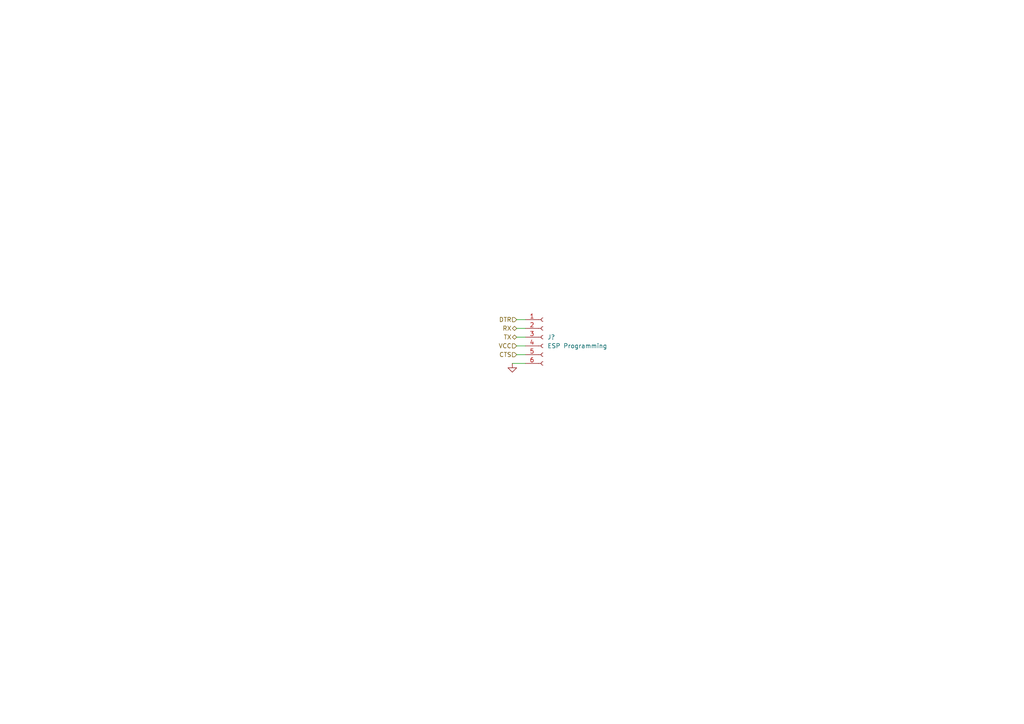
<source format=kicad_sch>
(kicad_sch (version 20211123) (generator eeschema)
  (paper "A4")
  (lib_symbols
    (symbol "Connector:Conn_01x06_Female" (pin_names (offset 1.016) hide)
      (property "Reference" "J" (at 0 7.62 0))
      (property "Value" "Conn_01x06_Female" (at 0 -10.16 0))
      (symbol "Conn_01x06_Female_1_1"
        (arc (start 0 -7.112) (mid -0.508 -7.62) (end 0 -8.128) (stroke (width 0.1524)))
        (arc (start 0 -4.572) (mid -0.508 -5.08) (end 0 -5.588) (stroke (width 0.1524)))
        (arc (start 0 -2.032) (mid -0.508 -2.54) (end 0 -3.048) (stroke (width 0.1524)))
        (polyline (pts (xy -1.27 -7.62) (xy -0.508 -7.62)) (stroke (width 0.1524)))
        (polyline (pts (xy -1.27 -5.08) (xy -0.508 -5.08)) (stroke (width 0.1524)))
        (polyline (pts (xy -1.27 -2.54) (xy -0.508 -2.54)) (stroke (width 0.1524)))
        (polyline (pts (xy -1.27 0) (xy -0.508 0)) (stroke (width 0.1524)))
        (polyline (pts (xy -1.27 2.54) (xy -0.508 2.54)) (stroke (width 0.1524)))
        (polyline (pts (xy -1.27 5.08) (xy -0.508 5.08)) (stroke (width 0.1524)))
        (arc (start 0 0.508) (mid -0.508 0) (end 0 -0.508) (stroke (width 0.1524)))
        (arc (start 0 3.048) (mid -0.508 2.54) (end 0 2.032) (stroke (width 0.1524)))
        (arc (start 0 5.588) (mid -0.508 5.08) (end 0 4.572) (stroke (width 0.1524)))
        (pin passive line (at -5.08 5.08 0) (length 3.81) (name "Pin_1") (number "1"))
        (pin passive line (at -5.08 2.54 0) (length 3.81) (name "Pin_2") (number "2"))
        (pin passive line (at -5.08 0 0) (length 3.81) (name "Pin_3") (number "3"))
        (pin passive line (at -5.08 -2.54 0) (length 3.81) (name "Pin_4") (number "4"))
        (pin passive line (at -5.08 -5.08 0) (length 3.81) (name "Pin_5") (number "5"))
        (pin passive line (at -5.08 -7.62 0) (length 3.81) (name "Pin_6") (number "6"))
      )
    )
    (symbol "power:GND" (power) (pin_names (offset 0))
      (property "Value" "GND" (at 0 -3.81 0))
      (symbol "GND_0_1"
        (polyline (pts (xy 0 0) (xy 0 -1.27) (xy 1.27 -1.27) (xy 0 -2.54) (xy -1.27 -1.27) (xy 0 -1.27)))
      )
      (symbol "GND_1_1"
        (pin power_in line (at 0 0 270) (length 0) hide (name "GND") (number "1"))
      )
    )
  )
  (wire (pts (xy 149.86 92.71) (xy 152.4 92.71)))
  (wire (pts (xy 148.59 105.41) (xy 152.4 105.41)))
  (wire (pts (xy 149.86 100.33) (xy 152.4 100.33)))
  (wire (pts (xy 149.86 97.79) (xy 152.4 97.79)))
  (wire (pts (xy 149.86 95.25) (xy 152.4 95.25)))
  (wire (pts (xy 149.86 102.87) (xy 152.4 102.87)))
  (hierarchical_label "CTS" (shape input) (at 149.86 102.87 180))
  (hierarchical_label "TX" (shape bidirectional) (at 149.86 97.79 180))
  (hierarchical_label "RX" (shape bidirectional) (at 149.86 95.25 180))
  (hierarchical_label "DTR" (shape input) (at 149.86 92.71 180))
  (hierarchical_label "VCC" (shape input) (at 149.86 100.33 180))
  (symbol (lib_id "power:GND") (at 148.59 105.41 0) (unit 1)
    (property "Reference" "#PWR?" (effects hide))
    (property "Value" "GND" (effects hide))
  )
  (symbol (lib_id "Connector:Conn_01x06_Female") (at 157.48 97.79 0) (unit 1)
    (property "Reference" "J?" (at 158.75 97.7899 0) (effects (justify left)))
    (property "Value" "ESP Programming" (at 158.75 100.3299 0) (effects (justify left)))
  )
)
</source>
